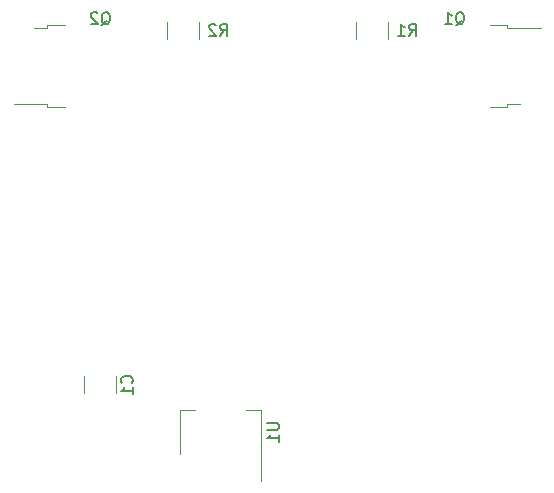
<source format=gbr>
%TF.GenerationSoftware,KiCad,Pcbnew,(6.0.1)*%
%TF.CreationDate,2022-02-19T19:07:31+01:00*%
%TF.ProjectId,NANOFC,4e414e4f-4643-42e6-9b69-6361645f7063,rev?*%
%TF.SameCoordinates,Original*%
%TF.FileFunction,Legend,Bot*%
%TF.FilePolarity,Positive*%
%FSLAX46Y46*%
G04 Gerber Fmt 4.6, Leading zero omitted, Abs format (unit mm)*
G04 Created by KiCad (PCBNEW (6.0.1)) date 2022-02-19 19:07:31*
%MOMM*%
%LPD*%
G01*
G04 APERTURE LIST*
%ADD10C,0.150000*%
%ADD11C,0.120000*%
G04 APERTURE END LIST*
D10*
%TO.C,Q1*%
X190095238Y-75547619D02*
X190190476Y-75500000D01*
X190285714Y-75404761D01*
X190428571Y-75261904D01*
X190523809Y-75214285D01*
X190619047Y-75214285D01*
X190571428Y-75452380D02*
X190666666Y-75404761D01*
X190761904Y-75309523D01*
X190809523Y-75119047D01*
X190809523Y-74785714D01*
X190761904Y-74595238D01*
X190666666Y-74500000D01*
X190571428Y-74452380D01*
X190380952Y-74452380D01*
X190285714Y-74500000D01*
X190190476Y-74595238D01*
X190142857Y-74785714D01*
X190142857Y-75119047D01*
X190190476Y-75309523D01*
X190285714Y-75404761D01*
X190380952Y-75452380D01*
X190571428Y-75452380D01*
X189190476Y-75452380D02*
X189761904Y-75452380D01*
X189476190Y-75452380D02*
X189476190Y-74452380D01*
X189571428Y-74595238D01*
X189666666Y-74690476D01*
X189761904Y-74738095D01*
%TO.C,R1*%
X186166666Y-76452380D02*
X186500000Y-75976190D01*
X186738095Y-76452380D02*
X186738095Y-75452380D01*
X186357142Y-75452380D01*
X186261904Y-75500000D01*
X186214285Y-75547619D01*
X186166666Y-75642857D01*
X186166666Y-75785714D01*
X186214285Y-75880952D01*
X186261904Y-75928571D01*
X186357142Y-75976190D01*
X186738095Y-75976190D01*
X185214285Y-76452380D02*
X185785714Y-76452380D01*
X185500000Y-76452380D02*
X185500000Y-75452380D01*
X185595238Y-75595238D01*
X185690476Y-75690476D01*
X185785714Y-75738095D01*
%TO.C,C1*%
X162657142Y-105833333D02*
X162704761Y-105785714D01*
X162752380Y-105642857D01*
X162752380Y-105547619D01*
X162704761Y-105404761D01*
X162609523Y-105309523D01*
X162514285Y-105261904D01*
X162323809Y-105214285D01*
X162180952Y-105214285D01*
X161990476Y-105261904D01*
X161895238Y-105309523D01*
X161800000Y-105404761D01*
X161752380Y-105547619D01*
X161752380Y-105642857D01*
X161800000Y-105785714D01*
X161847619Y-105833333D01*
X162752380Y-106785714D02*
X162752380Y-106214285D01*
X162752380Y-106500000D02*
X161752380Y-106500000D01*
X161895238Y-106404761D01*
X161990476Y-106309523D01*
X162038095Y-106214285D01*
%TO.C,Q2*%
X160095238Y-75547619D02*
X160190476Y-75500000D01*
X160285714Y-75404761D01*
X160428571Y-75261904D01*
X160523809Y-75214285D01*
X160619047Y-75214285D01*
X160571428Y-75452380D02*
X160666666Y-75404761D01*
X160761904Y-75309523D01*
X160809523Y-75119047D01*
X160809523Y-74785714D01*
X160761904Y-74595238D01*
X160666666Y-74500000D01*
X160571428Y-74452380D01*
X160380952Y-74452380D01*
X160285714Y-74500000D01*
X160190476Y-74595238D01*
X160142857Y-74785714D01*
X160142857Y-75119047D01*
X160190476Y-75309523D01*
X160285714Y-75404761D01*
X160380952Y-75452380D01*
X160571428Y-75452380D01*
X159761904Y-74547619D02*
X159714285Y-74500000D01*
X159619047Y-74452380D01*
X159380952Y-74452380D01*
X159285714Y-74500000D01*
X159238095Y-74547619D01*
X159190476Y-74642857D01*
X159190476Y-74738095D01*
X159238095Y-74880952D01*
X159809523Y-75452380D01*
X159190476Y-75452380D01*
%TO.C,U1*%
X174132380Y-109238095D02*
X174941904Y-109238095D01*
X175037142Y-109285714D01*
X175084761Y-109333333D01*
X175132380Y-109428571D01*
X175132380Y-109619047D01*
X175084761Y-109714285D01*
X175037142Y-109761904D01*
X174941904Y-109809523D01*
X174132380Y-109809523D01*
X175132380Y-110809523D02*
X175132380Y-110238095D01*
X175132380Y-110523809D02*
X174132380Y-110523809D01*
X174275238Y-110428571D01*
X174370476Y-110333333D01*
X174418095Y-110238095D01*
%TO.C,R2*%
X170166666Y-76452380D02*
X170500000Y-75976190D01*
X170738095Y-76452380D02*
X170738095Y-75452380D01*
X170357142Y-75452380D01*
X170261904Y-75500000D01*
X170214285Y-75547619D01*
X170166666Y-75642857D01*
X170166666Y-75785714D01*
X170214285Y-75880952D01*
X170261904Y-75928571D01*
X170357142Y-75976190D01*
X170738095Y-75976190D01*
X169785714Y-75547619D02*
X169738095Y-75500000D01*
X169642857Y-75452380D01*
X169404761Y-75452380D01*
X169309523Y-75500000D01*
X169261904Y-75547619D01*
X169214285Y-75642857D01*
X169214285Y-75738095D01*
X169261904Y-75880952D01*
X169833333Y-76452380D01*
X169214285Y-76452380D01*
D11*
%TO.C,Q1*%
X192970000Y-75550000D02*
X194470000Y-75550000D01*
X194470000Y-75550000D02*
X194470000Y-75820000D01*
X194470000Y-75820000D02*
X197300000Y-75820000D01*
X194470000Y-82180000D02*
X195570000Y-82180000D01*
X194470000Y-82450000D02*
X194470000Y-82180000D01*
X192970000Y-82450000D02*
X194470000Y-82450000D01*
%TO.C,R1*%
X181645000Y-76723737D02*
X181645000Y-75276263D01*
X184355000Y-76723737D02*
X184355000Y-75276263D01*
%TO.C,C1*%
X158640000Y-106711252D02*
X158640000Y-105288748D01*
X161360000Y-106711252D02*
X161360000Y-105288748D01*
%TO.C,Q2*%
X155530000Y-82180000D02*
X152700000Y-82180000D01*
X157030000Y-82450000D02*
X155530000Y-82450000D01*
X155530000Y-75550000D02*
X155530000Y-75820000D01*
X155530000Y-75820000D02*
X154430000Y-75820000D01*
X157030000Y-75550000D02*
X155530000Y-75550000D01*
X155530000Y-82450000D02*
X155530000Y-82180000D01*
%TO.C,U1*%
X166770000Y-111850000D02*
X166770000Y-108090000D01*
X173590000Y-114100000D02*
X173590000Y-108090000D01*
X173590000Y-108090000D02*
X172330000Y-108090000D01*
X166770000Y-108090000D02*
X168030000Y-108090000D01*
%TO.C,R2*%
X165645000Y-75276263D02*
X165645000Y-76723737D01*
X168355000Y-75276263D02*
X168355000Y-76723737D01*
%TD*%
M02*

</source>
